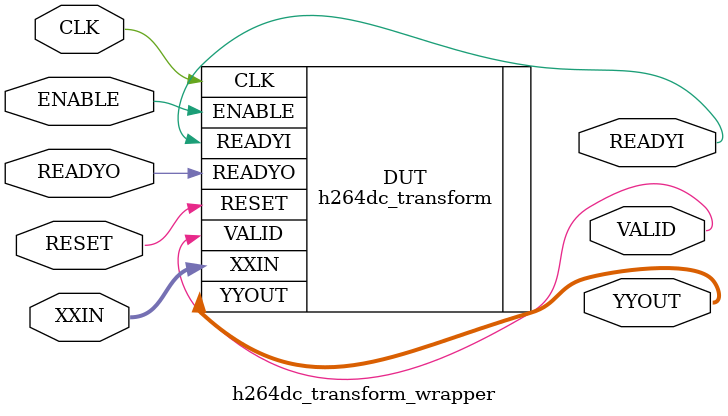
<source format=sv>
module h264dc_transform_wrapper(
    // Variable/Signals Declaration
    input  logic CLK,                  // fast clock
    input  logic RESET,                // reset when 1
    output logic READYI,         // set when ready for ENABLE
    input  logic ENABLE,               // values input only when th
    input  logic [15:0] XXIN,          // input data values (revers
    output logic VALID,          // values output only when t
    output logic [15:0] YYOUT,  // output values (reverse ord
    input  logic READYO                // set when ready for ENABLE
);

    parameter int TOGETHER = 0; // Can be changed to 1 for testing the together output case



    // Call Module
    h264dc_transform #(
        .TOGETHER(TOGETHER)
    ) DUT(
        .CLK(CLK),
        .RESET(RESET),
        .READYI(READYI),
        .ENABLE(ENABLE),
        .XXIN(XXIN),
        .VALID(VALID),
        .YYOUT(YYOUT),
        .READYO(READYO)
    );

initial
begin
    $dumpfile ("wave.vcd");
    $dumpvars;
end

endmodule
</source>
